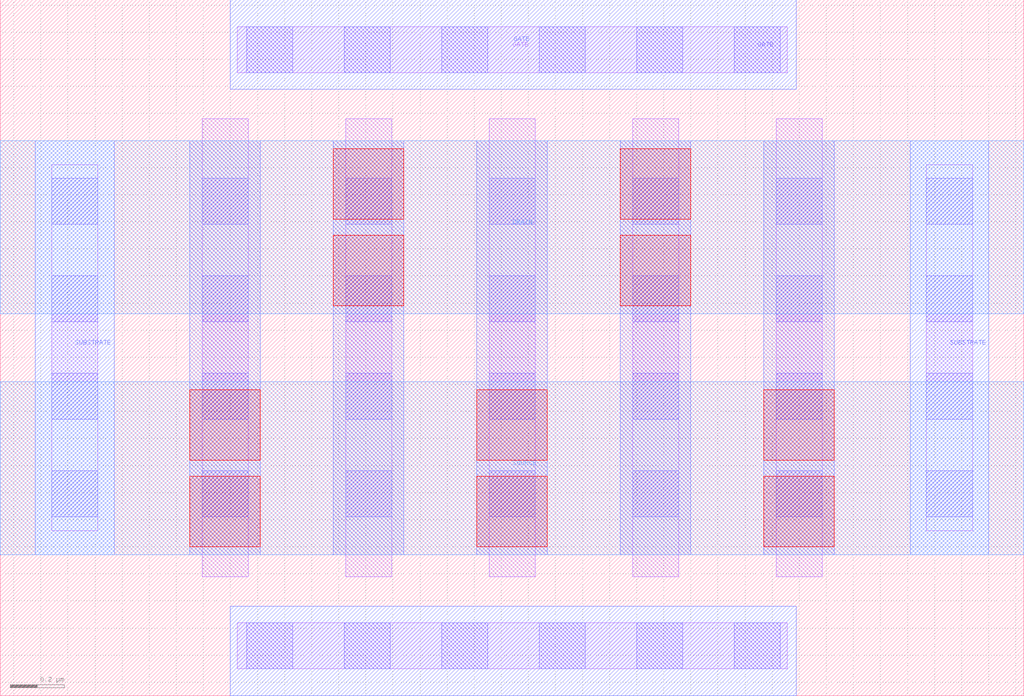
<source format=lef>
# Copyright 2020 The SkyWater PDK Authors
#
# Licensed under the Apache License, Version 2.0 (the "License");
# you may not use this file except in compliance with the License.
# You may obtain a copy of the License at
#
#     https://www.apache.org/licenses/LICENSE-2.0
#
# Unless required by applicable law or agreed to in writing, software
# distributed under the License is distributed on an "AS IS" BASIS,
# WITHOUT WARRANTIES OR CONDITIONS OF ANY KIND, either express or implied.
# See the License for the specific language governing permissions and
# limitations under the License.
#
# SPDX-License-Identifier: Apache-2.0

VERSION 5.7 ;
  NOWIREEXTENSIONATPIN ON ;
  DIVIDERCHAR "/" ;
  BUSBITCHARS "[]" ;
MACRO sky130_fd_pr__rf_nfet_01v8_aM04W1p65L0p25
  CLASS BLOCK ;
  FOREIGN sky130_fd_pr__rf_nfet_01v8_aM04W1p65L0p25 ;
  ORIGIN -0.050000 -0.050000 ;
  SIZE  3.780000 BY  2.570000 ;
  PIN DRAIN
    ANTENNADIFFAREA  0.924000 ;
    PORT
      LAYER met2 ;
        RECT 0.050000 1.460000 3.830000 2.100000 ;
    END
  END DRAIN
  PIN GATE
    ANTENNAGATEAREA  1.650000 ;
    PORT
      LAYER li1 ;
        RECT 0.925000 0.150000 2.955000 0.320000 ;
        RECT 0.925000 2.350000 2.955000 2.520000 ;
      LAYER mcon ;
        RECT 0.960000 0.150000 1.130000 0.320000 ;
        RECT 0.960000 2.350000 1.130000 2.520000 ;
        RECT 1.320000 0.150000 1.490000 0.320000 ;
        RECT 1.320000 2.350000 1.490000 2.520000 ;
        RECT 1.680000 0.150000 1.850000 0.320000 ;
        RECT 1.680000 2.350000 1.850000 2.520000 ;
        RECT 2.040000 0.150000 2.210000 0.320000 ;
        RECT 2.040000 2.350000 2.210000 2.520000 ;
        RECT 2.400000 0.150000 2.570000 0.320000 ;
        RECT 2.400000 2.350000 2.570000 2.520000 ;
        RECT 2.760000 0.150000 2.930000 0.320000 ;
        RECT 2.760000 2.350000 2.930000 2.520000 ;
    END
    PORT
      LAYER met1 ;
        RECT 0.900000 0.050000 2.990000 0.380000 ;
        RECT 0.900000 2.290000 2.990000 2.620000 ;
    END
  END GATE
  PIN SOURCE
    ANTENNADIFFAREA  1.386000 ;
    PORT
      LAYER met2 ;
        RECT 0.050000 0.570000 3.830000 1.210000 ;
    END
  END SOURCE
  PIN SUBSTRATE
    ANTENNADIFFAREA  0.478500 ;
    PORT
      LAYER met1 ;
        RECT 0.180000 0.570000 0.470000 2.100000 ;
    END
    PORT
      LAYER met1 ;
        RECT 3.410000 0.570000 3.700000 2.100000 ;
    END
  END SUBSTRATE
  OBS
    LAYER li1 ;
      RECT 0.240000 0.660000 0.410000 2.010000 ;
      RECT 0.795000 0.490000 0.965000 2.180000 ;
      RECT 1.325000 0.490000 1.495000 2.180000 ;
      RECT 1.855000 0.490000 2.025000 2.180000 ;
      RECT 2.385000 0.490000 2.555000 2.180000 ;
      RECT 2.915000 0.490000 3.085000 2.180000 ;
      RECT 3.470000 0.660000 3.640000 2.010000 ;
    LAYER mcon ;
      RECT 0.240000 0.710000 0.410000 0.880000 ;
      RECT 0.240000 1.070000 0.410000 1.240000 ;
      RECT 0.240000 1.430000 0.410000 1.600000 ;
      RECT 0.240000 1.790000 0.410000 1.960000 ;
      RECT 0.795000 0.710000 0.965000 0.880000 ;
      RECT 0.795000 1.070000 0.965000 1.240000 ;
      RECT 0.795000 1.430000 0.965000 1.600000 ;
      RECT 0.795000 1.790000 0.965000 1.960000 ;
      RECT 1.325000 0.710000 1.495000 0.880000 ;
      RECT 1.325000 1.070000 1.495000 1.240000 ;
      RECT 1.325000 1.430000 1.495000 1.600000 ;
      RECT 1.325000 1.790000 1.495000 1.960000 ;
      RECT 1.855000 0.710000 2.025000 0.880000 ;
      RECT 1.855000 1.070000 2.025000 1.240000 ;
      RECT 1.855000 1.430000 2.025000 1.600000 ;
      RECT 1.855000 1.790000 2.025000 1.960000 ;
      RECT 2.385000 0.710000 2.555000 0.880000 ;
      RECT 2.385000 1.070000 2.555000 1.240000 ;
      RECT 2.385000 1.430000 2.555000 1.600000 ;
      RECT 2.385000 1.790000 2.555000 1.960000 ;
      RECT 2.915000 0.710000 3.085000 0.880000 ;
      RECT 2.915000 1.070000 3.085000 1.240000 ;
      RECT 2.915000 1.430000 3.085000 1.600000 ;
      RECT 2.915000 1.790000 3.085000 1.960000 ;
      RECT 3.470000 0.710000 3.640000 0.880000 ;
      RECT 3.470000 1.070000 3.640000 1.240000 ;
      RECT 3.470000 1.430000 3.640000 1.600000 ;
      RECT 3.470000 1.790000 3.640000 1.960000 ;
    LAYER met1 ;
      RECT 0.750000 0.570000 1.010000 2.100000 ;
      RECT 1.280000 0.570000 1.540000 2.100000 ;
      RECT 1.810000 0.570000 2.070000 2.100000 ;
      RECT 2.340000 0.570000 2.600000 2.100000 ;
      RECT 2.870000 0.570000 3.130000 2.100000 ;
    LAYER via ;
      RECT 0.750000 0.600000 1.010000 0.860000 ;
      RECT 0.750000 0.920000 1.010000 1.180000 ;
      RECT 1.280000 1.490000 1.540000 1.750000 ;
      RECT 1.280000 1.810000 1.540000 2.070000 ;
      RECT 1.810000 0.600000 2.070000 0.860000 ;
      RECT 1.810000 0.920000 2.070000 1.180000 ;
      RECT 2.340000 1.490000 2.600000 1.750000 ;
      RECT 2.340000 1.810000 2.600000 2.070000 ;
      RECT 2.870000 0.600000 3.130000 0.860000 ;
      RECT 2.870000 0.920000 3.130000 1.180000 ;
  END
END sky130_fd_pr__rf_nfet_01v8_aM04W1p65L0p25
END LIBRARY

</source>
